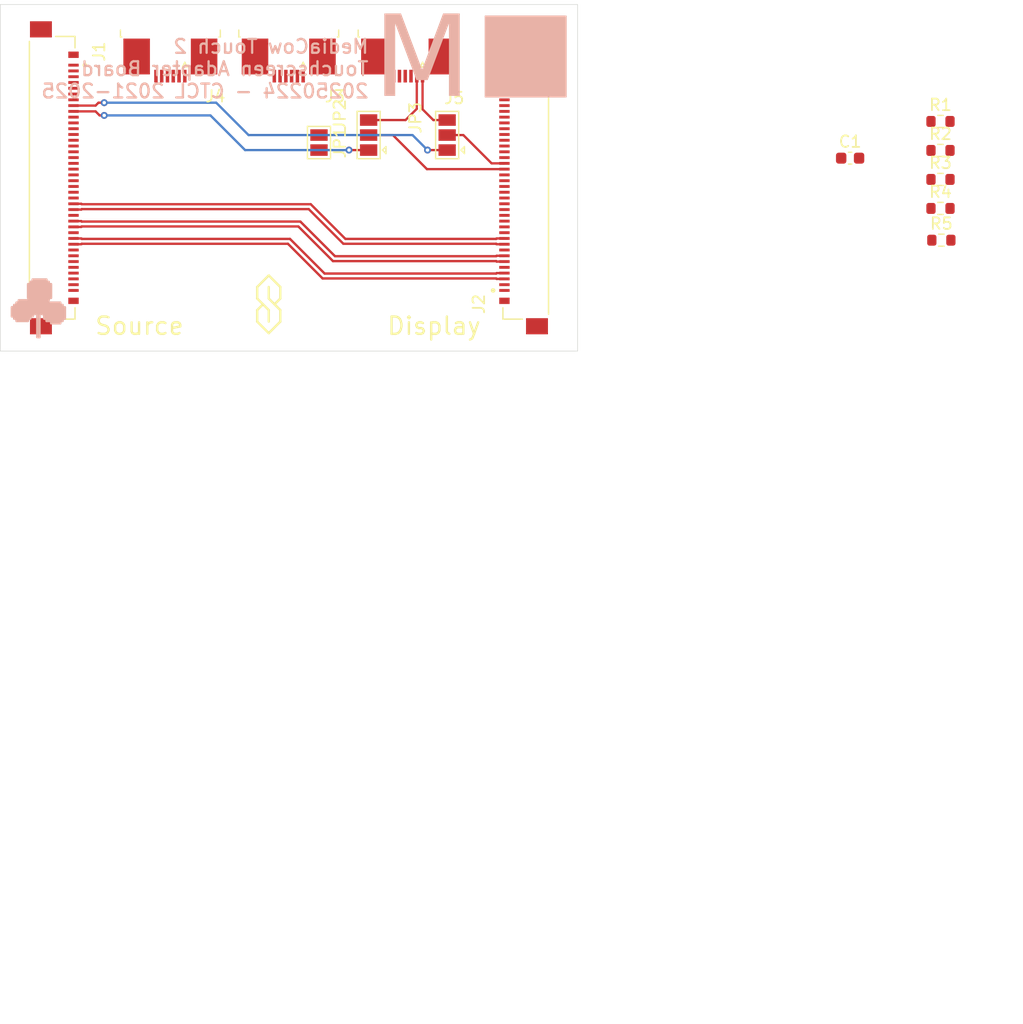
<source format=kicad_pcb>
(kicad_pcb (version 20240108) (generator "pcbnew") (generator_version "8.0")
  (layers (0 "F.Cu" signal) (1 "In1.Cu" signal) (2 "In2.Cu" signal) (31 "B.Cu" signal) (34 "B.Paste" user) (35 "F.Paste" user) (36 "B.SilkS" user "B.Silkscreen") (37 "F.SilkS" user "F.Silkscreen") (38 "B.Mask" user) (39 "F.Mask" user) (44 "Edge.Cuts" user))
  (net 0 "")
  (net 1 "TP_VSS")
  (net 2 "Net-(C1-Pad1)")
  (net 3 "GND")
  (net 4 "BL_GND")
  (net 5 "HS_GND")
  (net 6 "LCD_GND")
  (net 8 "LCD_VCC")
  (net 10 "EDP_TX1_N")
  (net 11 "BL_PWR")
  (net 12 "EDP_TX1_P")
  (net 14 "LCD_BIST")
  (net 15 "BL_PWM_MU")
  (net 16 "EDP_AUX_N")
  (net 18 "EDP_HPD")
  (net 19 "EDP_TX0_P")
  (net 20 "EDP_TX0_N")
  (net 21 "BL_EN_MU")
  (net 22 "EDP_AUX_P")
  (net 26 "BL_PWM")
  (net 27 "TP_RS")
  (net 28 "TP_I2C_SDA")
  (net 29 "TP_VCC")
  (net 30 "TP_INT")
  (net 32 "BL_EN")
  (net 33 "TP_USB_N")
  (net 35 "TP_I2C_SCL")
  (net 36 "TP_USB_P")
  (net 38 "TP_RST")
  (net 42 "BL_EN_EXT")
  (net 45 "BL_PWM_EXT")
  (footprint "Resistor_SMD:R_0603_1608Metric" (layer "F.Cu") (at 191.425 90.12)
    (property "Reference" "R1" (at 0 -1.43 0) (layer "F.SilkS"))
    (property "Value" "2.2K")
    (fp_line (start -0.237258 -0.5225) (end 0.237258 -0.5225) (stroke (width 0.12)) (layer "F.SilkS"))
    (fp_line (start -0.237258 0.5225) (end 0.237258 0.5225) (stroke (width 0.12)) (layer "F.SilkS"))
    (pad "1" smd roundrect (at -0.825 0) (size 0.8 0.95) (layers "F.Cu" "F.Paste" "F.Mask") (net 29 "TP_VCC"))
    (pad "2" smd roundrect (at 0.825 0) (size 0.8 0.95) (layers "F.Cu" "F.Paste" "F.Mask") (net 35 "TP_I2C_SCL"))
  )
  (footprint "Resistor_SMD:R_0603_1608Metric" (layer "F.Cu") (at 191.425 92.63)
    (property "Reference" "R2" (at 0 -1.43 0) (layer "F.SilkS"))
    (property "Value" "2.2K")
    (fp_line (start -0.237258 -0.5225) (end 0.237258 -0.5225) (stroke (width 0.12)) (layer "F.SilkS"))
    (fp_line (start -0.237258 0.5225) (end 0.237258 0.5225) (stroke (width 0.12)) (layer "F.SilkS"))
    (pad "1" smd roundrect (at -0.825 0) (size 0.8 0.95) (layers "F.Cu" "F.Paste" "F.Mask") (net 29 "TP_VCC"))
    (pad "2" smd roundrect (at 0.825 0) (size 0.8 0.95) (layers "F.Cu" "F.Paste" "F.Mask") (net 28 "TP_I2C_SDA"))
  )
  (footprint "Resistor_SMD:R_0603_1608Metric" (layer "F.Cu") (at 191.425 95.14)
    (property "Reference" "R3" (at 0 -1.43 0) (layer "F.SilkS"))
    (property "Value" "1K")
    (fp_line (start -0.237258 -0.5225) (end 0.237258 -0.5225) (stroke (width 0.12)) (layer "F.SilkS"))
    (fp_line (start -0.237258 0.5225) (end 0.237258 0.5225) (stroke (width 0.12)) (layer "F.SilkS"))
    (pad "1" smd roundrect (at -0.825 0) (size 0.8 0.95) (layers "F.Cu" "F.Paste" "F.Mask") (net 38 "TP_RST"))
    (pad "2" smd roundrect (at 0.825 0) (size 0.8 0.95) (layers "F.Cu" "F.Paste" "F.Mask") (net 2 "Net-(C1-Pad1)"))
  )
  (footprint "MediaCow:IPEX_20455-040E-76" (layer "F.Cu") (at 114.42 95 -90)
    (property "Reference" "J1" (at -10.925 -4.135 90) (layer "F.SilkS"))
    (property "Value" "20455-040E-76" (hide yes))
    (fp_line (start -11.8 1.9) (end 11.8 1.9) (stroke (width 0.127)) (layer "F.SilkS"))
    (fp_line (start -12.235 -2.05) (end -12.235 -0.37) (stroke (width 0.127)) (layer "F.SilkS"))
    (fp_line (start -12.235 -2.05) (end -11.25 -2.05) (stroke (width 0.127)) (layer "F.SilkS"))
    (fp_line (start 11.25 -2.05) (end 12.235 -2.05) (stroke (width 0.127)) (layer "F.SilkS"))
    (fp_line (start 12.235 -2.05) (end 12.235 -0.37) (stroke (width 0.127)) (layer "F.SilkS"))
    (fp_circle (center -9.75 -2.9) (end -9.65 -2.9) (stroke (width 0.2)) (fill none) (layer "F.SilkS"))
    (pad "1" smd rect (at -9.75 -1.92 270) (size 0.25 0.9) (layers "F.Cu" "F.Paste" "F.Mask"))
    (pad "2" smd rect (at -9.25 -1.92 270) (size 0.25 0.9) (layers "F.Cu" "F.Paste" "F.Mask") (net 11 "BL_PWR"))
    (pad "3" smd rect (at -8.75 -1.92 270) (size 0.25 0.9) (layers "F.Cu" "F.Paste" "F.Mask") (net 11 "BL_PWR"))
    (pad "4" smd rect (at -8.25 -1.92 270) (size 0.25 0.9) (layers "F.Cu" "F.Paste" "F.Mask") (net 11 "BL_PWR"))
    (pad "5" smd rect (at -7.75 -1.92 270) (size 0.25 0.9) (layers "F.Cu" "F.Paste" "F.Mask") (net 11 "BL_PWR"))
    (pad "6" smd rect (at -7.25 -1.92 270) (size 0.25 0.9) (layers "F.Cu" "F.Paste" "F.Mask"))
    (pad "7" smd rect (at -6.75 -1.92 270) (size 0.25 0.9) (layers "F.Cu" "F.Paste" "F.Mask"))
    (pad "8" smd rect (at -6.25 -1.92 270) (size 0.25 0.9) (layers "F.Cu" "F.Paste" "F.Mask") (net 15 "BL_PWM_MU"))
    (pad "9" smd rect (at -5.75 -1.92 270) (size 0.25 0.9) (layers "F.Cu" "F.Paste" "F.Mask") (net 21 "BL_EN_MU"))
    (pad "10" smd rect (at -5.25 -1.92 270) (size 0.25 0.9) (layers "F.Cu" "F.Paste" "F.Mask") (net 4 "BL_GND"))
    (pad "11" smd rect (at -4.75 -1.92 270) (size 0.25 0.9) (layers "F.Cu" "F.Paste" "F.Mask") (net 4 "BL_GND"))
    (pad "12" smd rect (at -4.25 -1.92 270) (size 0.25 0.9) (layers "F.Cu" "F.Paste" "F.Mask") (net 4 "BL_GND"))
    (pad "13" smd rect (at -3.75 -1.92 270) (size 0.25 0.9) (layers "F.Cu" "F.Paste" "F.Mask") (net 4 "BL_GND"))
    (pad "14" smd rect (at -3.25 -1.92 270) (size 0.25 0.9) (layers "F.Cu" "F.Paste" "F.Mask") (net 18 "EDP_HPD"))
    (pad "15" smd rect (at -2.75 -1.92 270) (size 0.25 0.9) (layers "F.Cu" "F.Paste" "F.Mask") (net 6 "LCD_GND"))
    (pad "16" smd rect (at -2.25 -1.92 270) (size 0.25 0.9) (layers "F.Cu" "F.Paste" "F.Mask") (net 6 "LCD_GND"))
    (pad "17" smd rect (at -1.75 -1.92 270) (size 0.25 0.9) (layers "F.Cu" "F.Paste" "F.Mask") (net 6 "LCD_GND"))
    (pad "18" smd rect (at -1.25 -1.92 270) (size 0.25 0.9) (layers "F.Cu" "F.Paste" "F.Mask") (net 6 "LCD_GND"))
    (pad "19" smd rect (at -0.75 -1.92 270) (size 0.25 0.9) (layers "F.Cu" "F.Paste" "F.Mask") (net 14 "LCD_BIST"))
    (pad "20" smd rect (at -0.25 -1.92 270) (size 0.25 0.9) (layers "F.Cu" "F.Paste" "F.Mask") (net 8 "LCD_VCC"))
    (pad "21" smd rect (at 0.25 -1.92 270) (size 0.25 0.9) (layers "F.Cu" "F.Paste" "F.Mask") (net 8 "LCD_VCC"))
    (pad "22" smd rect (at 0.75 -1.92 270) (size 0.25 0.9) (layers "F.Cu" "F.Paste" "F.Mask") (net 8 "LCD_VCC"))
    (pad "23" smd rect (at 1.25 -1.92 270) (size 0.25 0.9) (layers "F.Cu" "F.Paste" "F.Mask") (net 8 "LCD_VCC"))
    (pad "24" smd rect (at 1.75 -1.92 270) (size 0.25 0.9) (layers "F.Cu" "F.Paste" "F.Mask") (net 5 "HS_GND"))
    (pad "25" smd rect (at 2.25 -1.92 270) (size 0.25 0.9) (layers "F.Cu" "F.Paste" "F.Mask") (net 16 "EDP_AUX_N"))
    (pad "26" smd rect (at 2.75 -1.92 270) (size 0.25 0.9) (layers "F.Cu" "F.Paste" "F.Mask") (net 22 "EDP_AUX_P"))
    (pad "27" smd rect (at 3.25 -1.92 270) (size 0.25 0.9) (layers "F.Cu" "F.Paste" "F.Mask") (net 5 "HS_GND"))
    (pad "28" smd rect (at 3.75 -1.92 270) (size 0.25 0.9) (layers "F.Cu" "F.Paste" "F.Mask") (net 19 "EDP_TX0_P"))
    (pad "29" smd rect (at 4.25 -1.92 270) (size 0.25 0.9) (layers "F.Cu" "F.Paste" "F.Mask") (net 20 "EDP_TX0_N"))
    (pad "30" smd rect (at 4.75 -1.92 270) (size 0.25 0.9) (layers "F.Cu" "F.Paste" "F.Mask") (net 5 "HS_GND"))
    (pad "31" smd rect (at 5.25 -1.92 270) (size 0.25 0.9) (layers "F.Cu" "F.Paste" "F.Mask") (net 12 "EDP_TX1_P"))
    (pad "32" smd rect (at 5.75 -1.92 270) (size 0.25 0.9) (layers "F.Cu" "F.Paste" "F.Mask") (net 10 "EDP_TX1_N"))
    (pad "33" smd rect (at 6.25 -1.92 270) (size 0.25 0.9) (layers "F.Cu" "F.Paste" "F.Mask") (net 5 "HS_GND"))
    (pad "34" smd rect (at 6.75 -1.92 270) (size 0.25 0.9) (layers "F.Cu" "F.Paste" "F.Mask"))
    (pad "35" smd rect (at 7.25 -1.92 270) (size 0.25 0.9) (layers "F.Cu" "F.Paste" "F.Mask"))
    (pad "36" smd rect (at 7.75 -1.92 270) (size 0.25 0.9) (layers "F.Cu" "F.Paste" "F.Mask") (net 5 "HS_GND"))
    (pad "37" smd rect (at 8.25 -1.92 270) (size 0.25 0.9) (layers "F.Cu" "F.Paste" "F.Mask"))
    (pad "38" smd rect (at 8.75 -1.92 270) (size 0.25 0.9) (layers "F.Cu" "F.Paste" "F.Mask"))
    (pad "39" smd rect (at 9.25 -1.92 270) (size 0.25 0.9) (layers "F.Cu" "F.Paste" "F.Mask") (net 5 "HS_GND"))
    (pad "40" smd rect (at 9.75 -1.92 270) (size 0.25 0.9) (layers "F.Cu" "F.Paste" "F.Mask"))
    (pad "S1" smd rect (at -10.65 -1.92 270) (size 0.55 0.9) (layers "F.Cu" "F.Paste" "F.Mask") (net 3 "GND"))
    (pad "S2" smd rect (at -12.85 0.9 270) (size 1.4 1.9) (layers "F.Cu" "F.Paste" "F.Mask") (net 3 "GND"))
    (pad "S3" smd rect (at 10.65 -1.92 270) (size 0.55 0.9) (layers "F.Cu" "F.Paste" "F.Mask") (net 3 "GND"))
    (pad "S4" smd rect (at 12.85 0.9 270) (size 1.4 1.9) (layers "F.Cu" "F.Paste" "F.Mask") (net 3 "GND"))
  )
  (footprint "Jumper:SolderJumper-3_P1.3mm_Open_Pad1.0x1.5mm" (layer "F.Cu") (at 148.7 91.3 90)
    (property "Reference" "JP3" (at 1.5 -2.75 90) (layer "F.SilkS"))
    (property "Value" "Jumper_3_Open" (hide yes))
    (fp_line (start 2.05 -1) (end 2.05 1) (stroke (width 0.12)) (layer "F.SilkS"))
    (fp_line (start -2.05 -1) (end 2.05 -1) (stroke (width 0.12)) (layer "F.SilkS"))
    (fp_line (start 2.05 1) (end -2.05 1) (stroke (width 0.12)) (layer "F.SilkS"))
    (fp_line (start -2.05 1) (end -2.05 -1) (stroke (width 0.12)) (layer "F.SilkS"))
    (fp_line (start -1.3 1.2) (end -1 1.5) (stroke (width 0.12)) (layer "F.SilkS"))
    (fp_line (start -1.3 1.2) (end -1.6 1.5) (stroke (width 0.12)) (layer "F.SilkS"))
    (fp_line (start -1.6 1.5) (end -1 1.5) (stroke (width 0.12)) (layer "F.SilkS"))
    (pad "1" smd rect (at -1.3 0 90) (size 1 1.5) (layers "F.Cu" "F.Mask") (net 15 "BL_PWM_MU"))
    (pad "2" smd rect (at 0 0 90) (size 1 1.5) (layers "F.Cu" "F.Mask") (net 26 "BL_PWM"))
    (pad "3" smd rect (at 1.3 0 90) (size 1 1.5) (layers "F.Cu" "F.Mask") (net 45 "BL_PWM_EXT"))
  )
  (footprint "Jumper:SolderJumper-2_P1.3mm_Open_Pad1.0x1.5mm" (layer "F.Cu") (at 137.6 91.95 -90)
    (property "Reference" "JP1" (at 0 -1.8 90) (layer "F.SilkS"))
    (property "Value" "Jumper_2_Open")
    (fp_line (start -1.4 1) (end -1.4 -1) (stroke (width 0.12)) (layer "F.SilkS"))
    (fp_line (start 1.4 1) (end -1.4 1) (stroke (width 0.12)) (layer "F.SilkS"))
    (fp_line (start -1.4 -1) (end 1.4 -1) (stroke (width 0.12)) (layer "F.SilkS"))
    (fp_line (start 1.4 -1) (end 1.4 1) (stroke (width 0.12)) (layer "F.SilkS"))
    (pad "1" smd rect (at -0.65 0 270) (size 1 1.5) (layers "F.Cu" "F.Mask") (net 27 "TP_RS"))
    (pad "2" smd rect (at 0.65 0 270) (size 1 1.5) (layers "F.Cu" "F.Mask") (net 1 "TP_VSS"))
  )
  (footprint "MediaCow:IPEX_20455-040E-76" (layer "F.Cu") (at 155.58 95 90)
    (property "Reference" "J2" (at -10.925 -4.135 90) (layer "F.SilkS"))
    (property "Value" "20455-040E-76" (hide yes))
    (fp_line (start 12.235 -2.05) (end 12.235 -0.37) (stroke (width 0.127)) (layer "F.SilkS"))
    (fp_line (start 11.25 -2.05) (end 12.235 -2.05) (stroke (width 0.127)) (layer "F.SilkS"))
    (fp_line (start -12.235 -2.05) (end -11.25 -2.05) (stroke (width 0.127)) (layer "F.SilkS"))
    (fp_line (start -12.235 -2.05) (end -12.235 -0.37) (stroke (width 0.127)) (layer "F.SilkS"))
    (fp_line (start -11.8 1.9) (end 11.8 1.9) (stroke (width 0.127)) (layer "F.SilkS"))
    (fp_circle (center -9.75 -2.9) (end -9.65 -2.9) (stroke (width 0.2)) (fill none) (layer "F.SilkS"))
    (pad "1" smd rect (at -9.75 -1.92 90) (size 0.25 0.9) (layers "F.Cu" "F.Paste" "F.Mask"))
    (pad "2" smd rect (at -9.25 -1.92 90) (size 0.25 0.9) (layers "F.Cu" "F.Paste" "F.Mask") (net 5 "HS_GND"))
    (pad "3" smd rect (at -8.75 -1.92 90) (size 0.25 0.9) (layers "F.Cu" "F.Paste" "F.Mask") (net 10 "EDP_TX1_N"))
    (pad "4" smd rect (at -8.25 -1.92 90) (size 0.25 0.9) (layers "F.Cu" "F.Paste" "F.Mask") (net 12 "EDP_TX1_P"))
    (pad "5" smd rect (at -7.75 -1.92 90) (size 0.25 0.9) (layers "F.Cu" "F.Paste" "F.Mask") (net 5 "HS_GND"))
    (pad "6" smd rect (at -7.25 -1.92 90) (size 0.25 0.9) (layers "F.Cu" "F.Paste" "F.Mask") (net 20 "EDP_TX0_N"))
    (pad "7" smd rect (at -6.75 -1.92 90) (size 0.25 0.9) (layers "F.Cu" "F.Paste" "F.Mask") (net 19 "EDP_TX0_P"))
    (pad "8" smd rect (at -6.25 -1.92 90) (size 0.25 0.9) (layers "F.Cu" "F.Paste" "F.Mask") (net 5 "HS_GND"))
    (pad "9" smd rect (at -5.75 -1.92 90) (size 0.25 0.9) (layers "F.Cu" "F.Paste" "F.Mask") (net 22 "EDP_AUX_P"))
    (pad "10" smd rect (at -5.25 -1.92 90) (size 0.25 0.9) (layers "F.Cu" "F.Paste" "F.Mask") (net 16 "EDP_AUX_N"))
    (pad "11" smd rect (at -4.75 -1.92 90) (size 0.25 0.9) (layers "F.Cu" "F.Paste" "F.Mask") (net 5 "HS_GND"))
    (pad "12" smd rect (at -4.25 -1.92 90) (size 0.25 0.9) (layers "F.Cu" "F.Paste" "F.Mask") (net 8 "LCD_VCC"))
    (pad "13" smd rect (at -3.75 -1.92 90) (size 0.25 0.9) (layers "F.Cu" "F.Paste" "F.Mask") (net 8 "LCD_VCC"))
    (pad "14" smd rect (at -3.25 -1.92 90) (size 0.25 0.9) (layers "F.Cu" "F.Paste" "F.Mask") (net 14 "LCD_BIST"))
    (pad "15" smd rect (at -2.75 -1.92 90) (size 0.25 0.9) (layers "F.Cu" "F.Paste" "F.Mask") (net 6 "LCD_GND"))
    (pad "16" smd rect (at -2.25 -1.92 90) (size 0.25 0.9) (layers "F.Cu" "F.Paste" "F.Mask") (net 6 "LCD_GND"))
    (pad "17" smd rect (at -1.75 -1.92 90) (size 0.25 0.9) (layers "F.Cu" "F.Paste" "F.Mask") (net 18 "EDP_HPD"))
    (pad "18" smd rect (at -1.25 -1.92 90) (size 0.25 0.9) (layers "F.Cu" "F.Paste" "F.Mask") (net 4 "BL_GND"))
    (pad "19" smd rect (at -0.75 -1.92 90) (size 0.25 0.9) (layers "F.Cu" "F.Paste" "F.Mask") (net 4 "BL_GND"))
    (pad "20" smd rect (at -0.25 -1.92 90) (size 0.25 0.9) (layers "F.Cu" "F.Paste" "F.Mask") (net 4 "BL_GND"))
    (pad "21" smd rect (at 0.25 -1.92 90) (size 0.25 0.9) (layers "F.Cu" "F.Paste" "F.Mask") (net 4 "BL_GND"))
    (pad "22" smd rect (at 0.75 -1.92 90) (size 0.25 0.9) (layers "F.Cu" "F.Paste" "F.Mask") (net 32 "BL_EN"))
    (pad "23" smd rect (at 1.25 -1.92 90) (size 0.25 0.9) (layers "F.Cu" "F.Paste" "F.Mask") (net 26 "BL_PWM"))
    (pad "24" smd rect (at 1.75 -1.92 90) (size 0.25 0.9) (layers "F.Cu" "F.Paste" "F.Mask"))
    (pad "25" smd rect (at 2.25 -1.92 90) (size 0.25 0.9) (layers "F.Cu" "F.Paste" "F.Mask"))
    (pad "26" smd rect (at 2.75 -1.92 90) (size 0.25 0.9) (layers "F.Cu" "F.Paste" "F.Mask") (net 11 "BL_PWR"))
    (pad "27" smd rect (at 3.25 -1.92 90) (size 0.25 0.9) (layers "F.Cu" "F.Paste" "F.Mask") (net 11 "BL_PWR"))
    (pad "28" smd rect (at 3.75 -1.92 90) (size 0.25 0.9) (layers "F.Cu" "F.Paste" "F.Mask") (net 11 "BL_PWR"))
    (pad "29" smd rect (at 4.25 -1.92 90) (size 0.25 0.9) (layers "F.Cu" "F.Paste" "F.Mask") (net 11 "BL_PWR"))
    (pad "30" smd rect (at 4.75 -1.92 90) (size 0.25 0.9) (layers "F.Cu" "F.Paste" "F.Mask"))
    (pad "31" smd rect (at 5.25 -1.92 90) (size 0.25 0.9) (layers "F.Cu" "F.Paste" "F.Mask") (net 38 "TP_RST"))
    (pad "32" smd rect (at 5.75 -1.92 90) (size 0.25 0.9) (layers "F.Cu" "F.Paste" "F.Mask") (net 35 "TP_I2C_SCL"))
    (pad "33" smd rect (at 6.25 -1.92 90) (size 0.25 0.9) (layers "F.Cu" "F.Paste" "F.Mask") (net 28 "TP_I2C_SDA"))
    (pad "34" smd rect (at 6.75 -1.92 90) (size 0.25 0.9) (layers "F.Cu" "F.Paste" "F.Mask") (net 30 "TP_INT"))
    (pad "35" smd rect (at 7.25 -1.92 90) (size 0.25 0.9) (layers "F.Cu" "F.Paste" "F.Mask") (net 1 "TP_VSS"))
    (pad "36" smd rect (at 7.75 -1.92 90) (size 0.25 0.9) (layers "F.Cu" "F.Paste" "F.Mask") (net 36 "TP_USB_P"))
    (pad "37" smd rect (at 8.25 -1.92 90) (size 0.25 0.9) (layers "F.Cu" "F.Paste" "F.Mask") (net 33 "TP_USB_N"))
    (pad "38" smd rect (at 8.75 -1.92 90) (size 0.25 0.9) (layers "F.Cu" "F.Paste" "F.Mask") (net 1 "TP_VSS"))
    (pad "39" smd rect (at 9.25 -1.92 90) (size 0.25 0.9) (layers "F.Cu" "F.Paste" "F.Mask") (net 27 "TP_RS"))
    (pad "40" smd rect (at 9.75 -1.92 90) (size 0.25 0.9) (layers "F.Cu" "F.Paste" "F.Mask") (net 29 "TP_VCC"))
    (pad "S1" smd rect (at -10.65 -1.92 90) (size 0.55 0.9) (layers "F.Cu" "F.Paste" "F.Mask") (net 3 "GND"))
    (pad "S2" smd rect (at -12.85 0.9 90) (size 1.4 1.9) (layers "F.Cu" "F.Paste" "F.Mask") (net 3 "GND"))
    (pad "S3" smd rect (at 10.65 -1.92 90) (size 0.55 0.9) (layers "F.Cu" "F.Paste" "F.Mask") (net 3 "GND"))
    (pad "S4" smd rect (at 12.85 0.9 90) (size 1.4 1.9) (layers "F.Cu" "F.Paste" "F.Mask") (net 3 "GND"))
  )
  (footprint "Capacitor_SMD:C_0603_1608Metric" (layer "F.Cu") (at 183.6 93.3)
    (property "Reference" "C1" (at 0 -1.43 0) (layer "F.SilkS"))
    (property "Value" "4.7uF")
    (fp_line (start -0.14058 -0.51) (end 0.14058 -0.51) (stroke (width 0.12)) (layer "F.SilkS"))
    (fp_line (start -0.14058 0.51) (end 0.14058 0.51) (stroke (width 0.12)) (layer "F.SilkS"))
    (pad "1" smd roundrect (at -0.775 0) (size 0.9 0.95) (layers "F.Cu" "F.Paste" "F.Mask") (net 2 "Net-(C1-Pad1)"))
    (pad "2" smd roundrect (at 0.775 0) (size 0.9 0.95) (layers "F.Cu" "F.Paste" "F.Mask") (net 1 "TP_VSS"))
  )
  (footprint "Resistor_SMD:R_0603_1608Metric" (layer "F.Cu") (at 191.425 97.65)
    (property "Reference" "R4" (at 0 -1.43 0) (layer "F.SilkS"))
    (property "Value" "10K")
    (fp_line (start -0.237258 -0.5225) (end 0.237258 -0.5225) (stroke (width 0.12)) (layer "F.SilkS"))
    (fp_line (start -0.237258 0.5225) (end 0.237258 0.5225) (stroke (width 0.12)) (layer "F.SilkS"))
    (pad "1" smd roundrect (at -0.825 0) (size 0.8 0.95) (layers "F.Cu" "F.Paste" "F.Mask") (net 29 "TP_VCC"))
    (pad "2" smd roundrect (at 0.825 0) (size 0.8 0.95) (layers "F.Cu" "F.Paste" "F.Mask") (net 2 "Net-(C1-Pad1)"))
  )
  (footprint "Resistor_SMD:R_0603_1608Metric" (layer "F.Cu") (at 191.5 100.4)
    (property "Reference" "R5" (at 0 -1.43 0) (layer "F.SilkS"))
    (property "Value" "10K")
    (fp_line (start -0.237258 -0.5225) (end 0.237258 -0.5225) (stroke (width 0.12)) (layer "F.SilkS"))
    (fp_line (start -0.237258 0.5225) (end 0.237258 0.5225) (stroke (width 0.12)) (layer "F.SilkS"))
    (pad "1" smd roundrect (at -0.825 0) (size 0.8 0.95) (layers "F.Cu" "F.Paste" "F.Mask") (net 29 "TP_VCC"))
    (pad "2" smd roundrect (at 0.825 0) (size 0.8 0.95) (layers "F.Cu" "F.Paste" "F.Mask") (net 27 "TP_RS"))
  )
  (footprint "Connector_FFC-FPC:TE_0-1734839-6_1x06-1MP_P0.5mm_Horizontal" (layer "F.Cu") (at 124.73 84.85 180)
    (property "Reference" "J4" (at -3.9 -3.1 0) (layer "F.SilkS"))
    (property "Value" "Touch Data - USB")
    (fp_line (start 4.325 2.04) (end 4.325 2.64) (stroke (width 0.12)) (layer "F.SilkS"))
    (fp_line (start 4.215 2.04) (end 4.325 2.04) (stroke (width 0.12)) (layer "F.SilkS"))
    (fp_line (start -1.05 -0.55) (end -1.45 -0.55) (stroke (width 0.12)) (layer "F.SilkS"))
    (fp_line (start -1.25 -0.15) (end -1.05 -0.55) (stroke (width 0.12)) (layer "F.SilkS"))
    (fp_line (start -1.45 -0.55) (end -1.25 -0.15) (stroke (width 0.12)) (layer "F.SilkS"))
    (fp_line (start -4.215 2.04) (end -4.325 2.04) (stroke (width 0.12)) (layer "F.SilkS"))
    (fp_line (start -4.325 2.04) (end -4.325 2.64) (stroke (width 0.12)) (layer "F.SilkS"))
    (pad "1" smd rect (at -1.25 -1.35 180) (size 0.3 1.1) (layers "F.Cu" "F.Paste" "F.Mask") (net 1 "TP_VSS"))
    (pad "2" smd rect (at -0.75 -1.35 180) (size 0.3 1.1) (layers "F.Cu" "F.Paste" "F.Mask") (net 36 "TP_USB_P"))
    (pad "3" smd rect (at -0.25 -1.35 180) (size 0.3 1.1) (layers "F.Cu" "F.Paste" "F.Mask") (net 33 "TP_USB_N"))
    (pad "4" smd rect (at 0.25 -1.35 180) (size 0.3 1.1) (layers "F.Cu" "F.Paste" "F.Mask") (net 1 "TP_VSS"))
    (pad "5" smd rect (at 0.75 -1.35 180) (size 0.3 1.1) (layers "F.Cu" "F.Paste" "F.Mask") (net 38 "TP_RST"))
    (pad "6" smd rect (at 1.25 -1.35 180) (size 0.3 1.1) (layers "F.Cu" "F.Paste" "F.Mask") (net 29 "TP_VCC"))
    (pad "MP" smd rect (at -2.92 0.35 180) (size 2.3 3.1) (layers "F.Cu" "F.Paste" "F.Mask"))
    (pad "MP" smd rect (at 2.92 0.35 180) (size 2.3 3.1) (layers "F.Cu" "F.Paste" "F.Mask"))
  )
  (footprint "Connector_FFC-FPC:TE_0-1734839-6_1x06-1MP_P0.5mm_Horizontal" (layer "F.Cu") (at 134.98 84.85 180)
    (property "Reference" "J3" (at -4 -3.1 0) (layer "F.SilkS"))
    (property "Value" "Touch Data - I2C")
    (fp_line (start 4.325 2.04) (end 4.325 2.64) (stroke (width 0.12)) (layer "F.SilkS"))
    (fp_line (start 4.215 2.04) (end 4.325 2.04) (stroke (width 0.12)) (layer "F.SilkS"))
    (fp_line (start -1.05 -0.55) (end -1.45 -0.55) (stroke (width 0.12)) (layer "F.SilkS"))
    (fp_line (start -1.25 -0.15) (end -1.05 -0.55) (stroke (width 0.12)) (layer "F.SilkS"))
    (fp_line (start -1.45 -0.55) (end -1.25 -0.15) (stroke (width 0.12)) (layer "F.SilkS"))
    (fp_line (start -4.215 2.04) (end -4.325 2.04) (stroke (width 0.12)) (layer "F.SilkS"))
    (fp_line (start -4.325 2.04) (end -4.325 2.64) (stroke (width 0.12)) (layer "F.SilkS"))
    (pad "1" smd rect (at -1.25 -1.35 180) (size 0.3 1.1) (layers "F.Cu" "F.Paste" "F.Mask") (net 35 "TP_I2C_SCL"))
    (pad "2" smd rect (at -0.75 -1.35 180) (size 0.3 1.1) (layers "F.Cu" "F.Paste" "F.Mask") (net 28 "TP_I2C_SDA"))
    (pad "3" smd rect (at -0.25 -1.35 180) (size 0.3 1.1) (layers "F.Cu" "F.Paste" "F.Mask") (net 1 "TP_VSS"))
    (pad "4" smd rect (at 0.25 -1.35 180) (size 0.3 1.1) (layers "F.Cu" "F.Paste" "F.Mask") (net 38 "TP_RST"))
    (pad "5" smd rect (at 0.75 -1.35 180) (size 0.3 1.1) (layers "F.Cu" "F.Paste" "F.Mask") (net 30 "TP_INT"))
    (pad "6" smd rect (at 1.25 -1.35 180) (size 0.3 1.1) (layers "F.Cu" "F.Paste" "F.Mask") (net 29 "TP_VCC"))
    (pad "MP" smd rect (at -2.92 0.35 180) (size 2.3 3.1) (layers "F.Cu" "F.Paste" "F.Mask"))
    (pad "MP" smd rect (at 2.92 0.35 180) (size 2.3 3.1) (layers "F.Cu" "F.Paste" "F.Mask"))
  )
  (footprint "Jumper:SolderJumper-3_P1.3mm_Open_Pad1.0x1.5mm" (layer "F.Cu") (at 141.9 91.3 90)
    (property "Reference" "JP2" (at 1.75 -2.5 90) (layer "F.SilkS"))
    (property "Value" "Jumper_3_Open" (hide yes))
    (fp_line (start 2.05 -1) (end 2.05 1) (stroke (width 0.12)) (layer "F.SilkS"))
    (fp_line (start -2.05 -1) (end 2.05 -1) (stroke (width 0.12)) (layer "F.SilkS"))
    (fp_line (start 2.05 1) (end -2.05 1) (stroke (width 0.12)) (layer "F.SilkS"))
    (fp_line (start -2.05 1) (end -2.05 -1) (stroke (width 0.12)) (layer "F.SilkS"))
    (fp_line (start -1.3 1.2) (end -1 1.5) (stroke (width 0.12)) (layer "F.SilkS"))
    (fp_line (start -1.3 1.2) (end -1.6 1.5) (stroke (width 0.12)) (layer "F.SilkS"))
    (fp_line (start -1.6 1.5) (end -1 1.5) (stroke (width 0.12)) (layer "F.SilkS"))
    (pad "1" smd rect (at -1.3 0 90) (size 1 1.5) (layers "F.Cu" "F.Mask") (net 21 "BL_EN_MU"))
    (pad "2" smd rect (at 0 0 90) (size 1 1.5) (layers "F.Cu" "F.Mask") (net 32 "BL_EN"))
    (pad "3" smd rect (at 1.3 0 90) (size 1 1.5) (layers "F.Cu" "F.Mask") (net 42 "BL_EN_EXT"))
  )
  (footprint "Connector_FFC-FPC:TE_0-1734839-6_1x06-1MP_P0.5mm_Horizontal" (layer "F.Cu") (at 145.32 84.85 180)
    (property "Reference" "J5" (at -4 -3.25 0) (layer "F.SilkS"))
    (property "Value" "External Backlight Control")
    (fp_line (start 4.325 2.04) (end 4.325 2.64) (stroke (width 0.12)) (layer "F.SilkS"))
    (fp_line (start 4.215 2.04) (end 4.325 2.04) (stroke (width 0.12)) (layer "F.SilkS"))
    (fp_line (start -1.05 -0.55) (end -1.45 -0.55) (stroke (width 0.12)) (layer "F.SilkS"))
    (fp_line (start -1.25 -0.15) (end -1.05 -0.55) (stroke (width 0.12)) (layer "F.SilkS"))
    (fp_line (start -1.45 -0.55) (end -1.25 -0.15) (stroke (width 0.12)) (layer "F.SilkS"))
    (fp_line (start -4.215 2.04) (end -4.325 2.04) (stroke (width 0.12)) (layer "F.SilkS"))
    (fp_line (start -4.325 2.04) (end -4.325 2.64) (stroke (width 0.12)) (layer "F.SilkS"))
    (pad "1" smd rect (at -1.25 -1.35 180) (size 0.3 1.1) (layers "F.Cu" "F.Paste" "F.Mask") (net 45 "BL_PWM_EXT"))
    (pad "2" smd rect (at -0.75 -1.35 180) (size 0.3 1.1) (layers "F.Cu" "F.Paste" "F.Mask") (net 42 "BL_EN_EXT"))
    (pad "3" smd rect (at -0.25 -1.35 180) (size 0.3 1.1) (layers "F.Cu" "F.Paste" "F.Mask"))
    (pad "4" smd rect (at 0.25 -1.35 180) (size 0.3 1.1) (layers "F.Cu" "F.Paste" "F.Mask"))
    (pad "5" smd rect (at 0.75 -1.35 180) (size 0.3 1.1) (layers "F.Cu" "F.Paste" "F.Mask"))
    (pad "6" smd rect (at 1.25 -1.35 180) (size 0.3 1.1) (layers "F.Cu" "F.Paste" "F.Mask"))
    (pad "MP" smd rect (at -2.92 0.35 180) (size 2.3 3.1) (layers "F.Cu" "F.Paste" "F.Mask"))
    (pad "MP" smd rect (at 2.92 0.35 180) (size 2.3 3.1) (layers "F.Cu" "F.Paste" "F.Mask"))
  )
  (gr_poly (pts (xy 113.4 108.8) (xy 113.4 106.6) (xy 113.6 106.6) (xy 113.6 106.8) (xy 113.8 106.8) (xy 113.8 107.2) (xy 114 107.2) (xy 114 107.4) (xy 114.4 107.4) (xy 114.4 107.6) (xy 115.2 107.6) (xy 115.2 107.4) (xy 115.4 107.4) (xy 115.4 107.2) (xy 115.6 107.2) (xy 115.6 106.2) (xy 115.4 106.2) (xy 115.4 106) (xy 115.2 106) (xy 115.2 105.8) (xy 114 105.8) (xy 114 106) (xy 113.8 106) (xy 113.8 106.2) (xy 113.6 106.2) (xy 113.6 106) (xy 113.8 106) (xy 113.8 105.8) (xy 114 105.8) (xy 114 105.6) (xy 114.2 105.6) (xy 114.2 105.4) (xy 114.4 105.4) (xy 114.4 104.2) (xy 114.2 104.2) (xy 114.2 104) (xy 114 104) (xy 114 103.8) (xy 112.8 103.8) (xy 112.8 104) (xy 112.6 104) (xy 112.6 104.2) (xy 112.4 104.2) (xy 112.4 105.4) (xy 112.6 105.4) (xy 112.6 105.6) (xy 112.8 105.6) (xy 112.8 105.8) (xy 113 105.8) (xy 113 106) (xy 113.2 106) (xy 113.2 106.2) (xy 113 106.2) (xy 113 106) (xy 112.8 106) (xy 112.8 105.8) (xy 112.6 105.8) (xy 112.6 105.6) (xy 111.6 105.6) (xy 111.6 105.8) (xy 111.4 105.8) (xy 111.4 106) (xy 111.2 106) (xy 111.2 106.2) (xy 111 106.2) (xy 111 107) (xy 111.2 107) (xy 111.2 107.2) (xy 111.4 107.2) (xy 111.4 107.4) (xy 112.4 107.4) (xy 112.4 107.2) (xy 112.6 107.2) (xy 112.6 107) (xy 112.8 107) (xy 112.8 106.8) (xy 113 106.8) (xy 113 106.6) (xy 113.2 106.6) (xy 113.2 108.8)) (stroke (width 0.2)) (fill solid) (layer "B.SilkS"))
  (gr_rect (start 152 81) (end 159 88) (stroke (width 0.1)) (fill solid) (layer "B.SilkS"))
  (gr_line (start 133.25 105.45) (end 133.25 104.45) (stroke (width 0.2)) (layer "F.SilkS"))
  (gr_line (start 133.25 107.45) (end 133.25 106.45) (stroke (width 0.2)) (layer "F.SilkS"))
  (gr_line (start 134.25 105.45) (end 133.75 105.95) (stroke (width 0.2)) (layer "F.SilkS"))
  (gr_line (start 132.25 105.45) (end 133.25 106.45) (stroke (width 0.2)) (layer "F.SilkS"))
  (gr_line (start 133.25 108.45) (end 134.25 107.45) (stroke (width 0.2)) (layer "F.SilkS"))
  (gr_line (start 132.25 107.45) (end 133.25 108.45) (stroke (width 0.2)) (layer "F.SilkS"))
  (gr_line (start 133.25 103.45) (end 134.25 104.45) (stroke (width 0.2)) (layer "F.SilkS"))
  (gr_line (start 133.25 105.45) (end 134.25 106.45) (stroke (width 0.2)) (layer "F.SilkS"))
  (gr_line (start 132.25 104.45) (end 133.25 103.45) (stroke (width 0.2)) (layer "F.SilkS"))
  (gr_line (start 132.25 107.45) (end 132.25 106.45) (stroke (width 0.2)) (layer "F.SilkS"))
  (gr_line (start 134.25 107.45) (end 134.25 106.45) (stroke (width 0.2)) (layer "F.SilkS"))
  (gr_line (start 132.25 105.45) (end 132.25 104.45) (stroke (width 0.2)) (layer "F.SilkS"))
  (gr_line (start 132.25 106.45) (end 132.75 105.95) (stroke (width 0.2)) (layer "F.SilkS"))
  (gr_line (start 134.25 104.45) (end 134.25 105.45) (stroke (width 0.2)) (layer "F.SilkS"))
  (gr_rect (start 110 80) (end 160 110) (stroke (width 0.05)) (fill none) (layer "Edge.Cuts"))
  (gr_text "M" (at 142.3 89.1 0) (layer "B.SilkS") (effects (font (size 7 7) (thickness 0.1)) (justify right bottom mirror)))
  (gr_text "MediaCow Touch 2\nTouchscreen Adapter Board\n20250224 - CTCL 2021-2025" (at 142 88.2 0) (layer "B.SilkS") (effects (font (size 1.2 1.2) (thickness 0.2) (bold yes)) (justify left bottom mirror)))
  (gr_text "Source" (at 118.1 108.7 0) (layer "F.SilkS") (effects (font (size 1.5 1.5) (thickness 0.2)) (justify left bottom)))
  (gr_text "Display" (at 143.4 108.7 0) (layer "F.SilkS") (effects (font (size 1.5 1.5) (thickness 0.2)) (justify left bottom)))
  (segment (start 152.984999 103.75) (end 152.946849 103.71185) (width 0.2032) (layer "F.Cu") (net 10))
  (segment (start 134.912248 100.71185) (end 117.053151 100.71185) (width 0.2032) (layer "F.Cu") (net 10))
  (segment (start 152.946849 103.71185) (end 137.912248 103.71185) (width 0.2032) (layer "F.Cu") (net 10))
  (segment (start 137.912248 103.71185) (end 134.912248 100.71185) (width 0.2032) (layer "F.Cu") (net 10))
  (segment (start 117.015001 100.75) (end 116.34 100.75) (width 0.2032) (layer "F.Cu") (net 10))
  (segment (start 117.053151 100.71185) (end 117.015001 100.75) (width 0.2032) (layer "F.Cu") (net 10))
  (segment (start 153.66 103.75) (end 152.984999 103.75) (width 0.2032) (layer "F.Cu") (net 10))
  (segment (start 117.015001 100.25) (end 116.34 100.25) (width 0.2032) (layer "F.Cu") (net 12))
  (segment (start 117.053151 100.28815) (end 117.015001 100.25) (width 0.2032) (layer "F.Cu") (net 12))
  (segment (start 138.087752 103.28815) (end 135.087752 100.28815) (width 0.2032) (layer "F.Cu") (net 12))
  (segment (start 153.66 103.25) (end 152.984999 103.25) (width 0.2032) (layer "F.Cu") (net 12))
  (segment (start 152.984999 103.25) (end 152.946849 103.28815) (width 0.2032) (layer "F.Cu") (net 12))
  (segment (start 152.946849 103.28815) (end 138.087752 103.28815) (width 0.2032) (layer "F.Cu") (net 12))
  (segment (start 135.087752 100.28815) (end 117.053151 100.28815) (width 0.2032) (layer "F.Cu") (net 12))
  (segment (start 118.25 88.75) (end 116.34 88.75) (width 0.2) (layer "F.Cu") (net 15))
  (segment (start 148.7 92.6) (end 147 92.6) (width 0.2) (layer "F.Cu") (net 15))
  (segment (start 118.5 88.5) (end 118.25 88.75) (width 0.2) (layer "F.Cu") (net 15))
  (segment (start 119 88.5) (end 118.5 88.5) (width 0.2) (layer "F.Cu") (net 15))
  (via (at 147 92.6) (size 0.6) (drill 0.3) (layers "F.Cu" "B.Cu") (net 15))
  (via (at 119 88.5) (size 0.6) (drill 0.3) (layers "F.Cu" "B.Cu") (net 15))
  (segment (start 128.7 88.5) (end 131.5 91.3) (width 0.2) (layer "B.Cu") (net 15))
  (segment (start 145.7 91.3) (end 147 92.6) (width 0.2) (layer "B.Cu") (net 15))
  (segment (start 131.5 91.3) (end 145.7 91.3) (width 0.2) (layer "B.Cu") (net 15))
  (segment (start 119 88.5) (end 128.7 88.5) (width 0.2) (layer "B.Cu") (net 15))
  (segment (start 152.984999 100.25) (end 152.946849 100.28815) (width 0.2032) (layer "F.Cu") (net 16))
  (segment (start 117.053151 97.28815) (end 117.015001 97.25) (width 0.2032) (layer "F.Cu") (net 16))
  (segment (start 153.66 100.25) (end 152.984999 100.25) (width 0.2032) (layer "F.Cu") (net 16))
  (segment (start 152.946849 100.28815) (end 139.887752 100.28815) (width 0.2032) (layer "F.Cu") (net 16))
  (segment (start 139.887752 100.28815) (end 136.887752 97.28815) (width 0.2032) (layer "F.Cu") (net 16))
  (segment (start 136.887752 97.28815) (end 117.053151 97.28815) (width 0.2032) (layer "F.Cu") (net 16))
  (segment (start 117.015001 97.25) (end 116.34 97.25) (width 0.2032) (layer "F.Cu") (net 16))
  (segment (start 153.66 101.75) (end 152.984999 101.75) (width 0.2032) (layer "F.Cu") (net 19))
  (segment (start 152.946849 101.78815) (end 138.987752 101.78815) (width 0.2032) (layer "F.Cu") (net 19))
  (segment (start 117.053151 98.78815) (end 117.015001 98.75) (width 0.2032) (layer "F.Cu") (net 19))
  (segment (start 138.987752 101.78815) (end 135.987752 98.78815) (width 0.2032) (layer "F.Cu") (net 19))
  (segment (start 117.015001 98.75) (end 116.34 98.75) (width 0.2032) (layer "F.Cu") (net 19))
  (segment (start 152.984999 101.75) (end 152.946849 101.78815) (width 0.2032) (layer "F.Cu") (net 19))
  (segment (start 135.987752 98.78815) (end 117.053151 98.78815) (width 0.2032) (layer "F.Cu") (net 19))
  (segment (start 152.946849 102.21185) (end 138.812248 102.21185) (width 0.2032) (layer "F.Cu") (net 20))
  (segment (start 152.984999 102.25) (end 152.946849 102.21185) (width 0.2032) (layer "F.Cu") (net 20))
  (segment (start 153.66 102.25) (end 152.984999 102.25) (width 0.2032) (layer "F.Cu") (net 20))
  (segment (start 117.053151 99.21185) (end 117.015001 99.25) (width 0.2032) (layer "F.Cu") (net 20))
  (segment (start 138.812248 102.21185) (end 135.812248 99.21185) (width 0.2032) (layer "F.Cu") (net 20))
  (segment (start 117.015001 99.25) (end 116.34 99.25) (width 0.2032) (layer "F.Cu") (net 20))
  (segment (start 135.812248 99.21185) (end 117.053151 99.21185) (width 0.2032) (layer "F.Cu") (net 20))
  (segment (start 118.25 89.25) (end 116.34 89.25) (width 0.2) (layer "F.Cu") (net 21))
  (segment (start 119 89.6) (end 118.6 89.6) (width 0.2) (layer "F.Cu") (net 21))
  (segment (start 141.9 92.6) (end 140.2 92.6) (width 0.2) (layer "F.Cu") (net 21))
  (segment (start 118.6 89.6) (end 118.25 89.25) (width 0.2) (layer "F.Cu") (net 21))
  (via (at 140.2 92.6) (size 0.6) (drill 0.3) (layers "F.Cu" "B.Cu") (net 21))
  (via (at 119 89.6) (size 0.6) (drill 0.3) (layers "F.Cu" "B.Cu") (net 21))
  (segment (start 128.2 89.6) (end 119 89.6) (width 0.2) (layer "B.Cu") (net 21))
  (segment (start 140.2 92.6) (end 131.2 92.6) (width 0.2) (layer "B.Cu") (net 21))
  (segment (start 131.2 92.6) (end 128.2 89.6) (width 0.2) (layer "B.Cu") (net 21))
  (segment (start 139.712248 100.71185) (end 136.712248 97.71185) (width 0.2032) (layer "F.Cu") (net 22))
  (segment (start 153.66 100.75) (end 152.984999 100.75) (width 0.2032) (layer "F.Cu") (net 22))
  (segment (start 136.712248 97.71185) (end 117.053151 97.71185) (width 0.2032) (layer "F.Cu") (net 22))
  (segment (start 152.984999 100.75) (end 152.946849 100.71185) (width 0.2032) (layer "F.Cu") (net 22))
  (segment (start 117.053151 97.71185) (end 117.015001 97.75) (width 0.2032) (layer "F.Cu") (net 22))
  (segment (start 117.015001 97.75) (end 116.34 97.75) (width 0.2032) (layer "F.Cu") (net 22))
  (segment (start 152.946849 100.71185) (end 139.712248 100.71185) (width 0.2032) (layer "F.Cu") (net 22))
  (segment (start 152.55 93.75) (end 153.66 93.75) (width 0.2) (layer "F.Cu") (net 26))
  (segment (start 150.1 91.3) (end 152.55 93.75) (width 0.2) (layer "F.Cu") (net 26))
  (segment (start 148.7 91.3) (end 150.1 91.3) (width 0.2) (layer "F.Cu") (net 26))
  (segment (start 153.66 94.25) (end 146.95 94.25) (width 0.2) (layer "F.Cu") (net 32))
  (segment (start 144 91.3) (end 141.9 91.3) (width 0.2) (layer "F.Cu") (net 32))
  (segment (start 146.95 94.25) (end 144 91.3) (width 0.2) (layer "F.Cu") (net 32))
  (segment (start 146.07 89.03) (end 145.1 90) (width 0.2) (layer "F.Cu") (net 42))
  (segment (start 146.07 86.2) (end 146.07 89.03) (width 0.2) (layer "F.Cu") (net 42))
  (segment (start 145.1 90) (end 141.9 90) (width 0.2) (layer "F.Cu") (net 42))
  (segment (start 147.5 90) (end 148.7 90) (width 0.2) (layer "F.Cu") (net 45))
  (segment (start 146.57 89.07) (end 147.5 90) (width 0.2) (layer "F.Cu") (net 45))
  (segment (start 146.57 86.2) (end 146.57 89.07) (width 0.2) (layer "F.Cu") (net 45))
)
</source>
